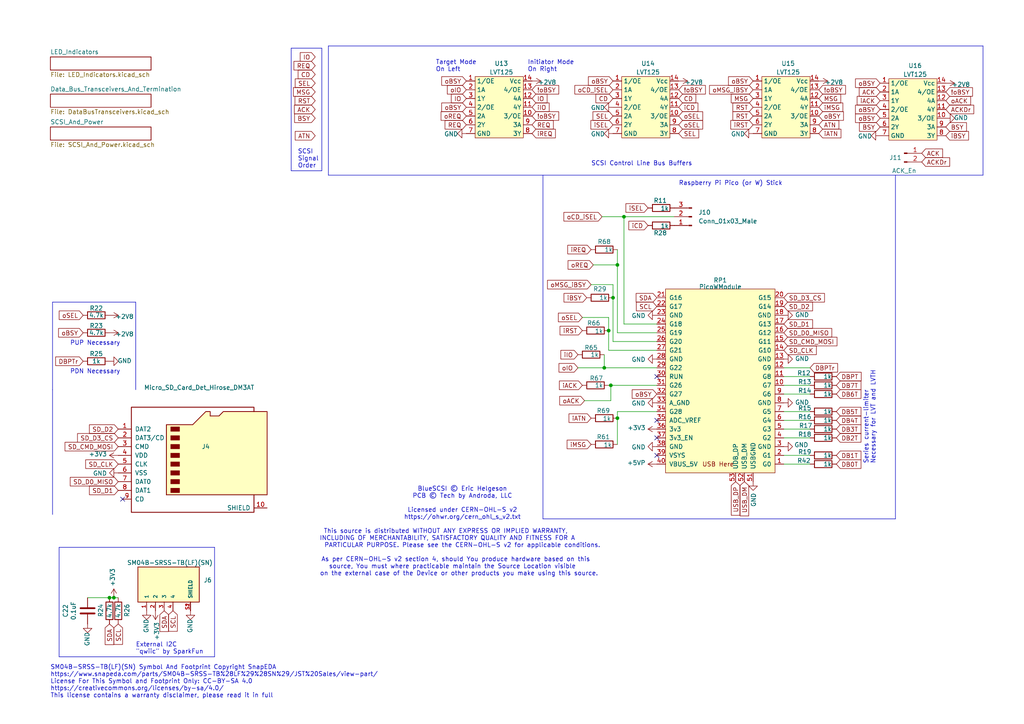
<source format=kicad_sch>
(kicad_sch (version 20231120) (generator "eeschema") (generator_version "8.0")
  (paper "A4")
  (title_block (title "4680-BlueSCSI V2, ") (date "2024-12-13") (rev "1.00") (company "Tech by Androda, LLC, SweProj.com"))
  (lib_symbols
    (symbol "BlackSASI:Micro_SD_Card TF015" (pin_names (offset 1.016))
      (property "Reference" "J" (at -16.51 15.24 0))
      (property "Value" "Micro_SD_Card TF015" (at 16.51 15.24 0))
      (symbol "Micro_SD_Card TF015_0_0"
        (pin output line (at -21.59 -12.7 0) (length 2.54) (name "CD") (number "9"))
      )
      (symbol "Micro_SD_Card TF015_0_1"
        (rectangle (start -7.62 -9.525) (end -5.08 -10.795) (fill (type outline)))
        (rectangle (start -7.62 -6.985) (end -5.08 -8.255) (fill (type outline)))
        (rectangle (start -7.62 -4.445) (end -5.08 -5.715) (fill (type outline)))
        (rectangle (start -7.62 -1.905) (end -5.08 -3.175) (fill (type outline)))
        (rectangle (start -7.62 0.635) (end -5.08 -0.635) (fill (type outline)))
        (rectangle (start -7.62 3.175) (end -5.08 1.905) (fill (type outline)))
        (rectangle (start -7.62 5.715) (end -5.08 4.445) (fill (type outline)))
        (rectangle (start -7.62 8.255) (end -5.08 6.985) (fill (type outline)))
        (polyline (pts (xy 16.51 12.7) (xy 16.51 13.97) (xy -19.05 13.97) (xy -19.05 -16.51) (xy 16.51 -16.51) (xy 16.51 -11.43)) (stroke (width 0.254)))
        (polyline (pts (xy -8.89 -11.43) (xy -8.89 8.89) (xy -1.27 8.89) (xy 2.54 12.7) (xy 3.81 12.7) (xy 3.81 11.43) (xy 6.35 11.43) (xy 7.62 12.7) (xy 20.32 12.7) (xy 20.32 -11.43) (xy -8.89 -11.43)) (stroke (width 0.254)) (fill (type background)))
      )
      (symbol "Micro_SD_Card TF015_1_1"
        (pin bidirectional line (at -22.86 7.62 0) (length 3.81) (name "DAT2") (number "1"))
        (pin passive line (at 20.32 -15.24 180) (length 3.81) (name "SHIELD") (number "10"))
        (pin bidirectional line (at -22.86 5.08 0) (length 3.81) (name "DAT3/CD") (number "2"))
        (pin input line (at -22.86 2.54 0) (length 3.81) (name "CMD") (number "3"))
        (pin power_in line (at -22.86 0 0) (length 3.81) (name "VDD") (number "4"))
        (pin input line (at -22.86 -2.54 0) (length 3.81) (name "CLK") (number "5"))
        (pin power_in line (at -22.86 -5.08 0) (length 3.81) (name "VSS") (number "6"))
        (pin bidirectional line (at -22.86 -7.62 0) (length 3.81) (name "DAT0") (number "7"))
        (pin bidirectional line (at -22.86 -10.16 0) (length 3.81) (name "DAT1") (number "8"))
      )
    )
    (symbol "Connector:Conn_01x02_Male" (pin_names (offset 1.016) hide)
      (property "Reference" "J" (at 0 2.54 0))
      (property "Value" "Conn_01x02_Male" (at 0 -5.08 0))
      (symbol "Conn_01x02_Male_1_1"
        (polyline (pts (xy 1.27 -2.54) (xy 0.8636 -2.54)) (stroke (width 0.1524)))
        (polyline (pts (xy 1.27 0) (xy 0.8636 0)) (stroke (width 0.1524)))
        (rectangle (start 0.8636 -2.413) (end 0 -2.667) (stroke (width 0.1524)) (fill (type outline)))
        (rectangle (start 0.8636 0.127) (end 0 -0.127) (stroke (width 0.1524)) (fill (type outline)))
        (pin passive line (at 5.08 0 180) (length 3.81) (name "Pin_1") (number "1"))
        (pin passive line (at 5.08 -2.54 180) (length 3.81) (name "Pin_2") (number "2"))
      )
    )
    (symbol "Connector:Conn_01x03_Male" (pin_names (offset 1.016) hide)
      (property "Reference" "J" (at 0 5.08 0))
      (property "Value" "Conn_01x03_Male" (at 0 -5.08 0))
      (symbol "Conn_01x03_Male_1_1"
        (polyline (pts (xy 1.27 -2.54) (xy 0.8636 -2.54)) (stroke (width 0.1524)))
        (polyline (pts (xy 1.27 0) (xy 0.8636 0)) (stroke (width 0.1524)))
        (polyline (pts (xy 1.27 2.54) (xy 0.8636 2.54)) (stroke (width 0.1524)))
        (rectangle (start 0.8636 -2.413) (end 0 -2.667) (stroke (width 0.1524)) (fill (type outline)))
        (rectangle (start 0.8636 0.127) (end 0 -0.127) (stroke (width 0.1524)) (fill (type outline)))
        (rectangle (start 0.8636 2.667) (end 0 2.413) (stroke (width 0.1524)) (fill (type outline)))
        (pin passive line (at 5.08 2.54 180) (length 3.81) (name "Pin_1") (number "1"))
        (pin passive line (at 5.08 0 180) (length 3.81) (name "Pin_2") (number "2"))
        (pin passive line (at 5.08 -2.54 180) (length 3.81) (name "Pin_3") (number "3"))
      )
    )
    (symbol "Device:C" (pin_numbers hide) (pin_names (offset 0.254))
      (property "Reference" "C" (at 0.635 2.54 0))
      (property "Value" "C" (at 0.635 -2.54 0))
      (symbol "C_0_1"
        (polyline (pts (xy -2.032 -0.762) (xy 2.032 -0.762)) (stroke (width 0.508)))
        (polyline (pts (xy -2.032 0.762) (xy 2.032 0.762)) (stroke (width 0.508)))
      )
      (symbol "C_1_1"
        (pin passive line (at 0 3.81 270) (length 2.794) (name "~") (number "1"))
        (pin passive line (at 0 -3.81 90) (length 2.794) (name "~") (number "2"))
      )
    )
    (symbol "Device:R" (pin_numbers hide) (pin_names (offset 0))
      (property "Reference" "R" (at 2.032 0 90))
      (property "Value" "R" (at 0 0 90))
      (symbol "R_0_1"
        (rectangle (start -1.016 -2.54) (end 1.016 2.54) (stroke (width 0.254)))
      )
      (symbol "R_1_1"
        (pin passive line (at 0 3.81 270) (length 1.27) (name "~") (number "1"))
        (pin passive line (at 0 -3.81 90) (length 1.27) (name "~") (number "2"))
      )
    )
    (symbol "New_Library:LVT125"
      (property "Reference" "U" (at 0 0 0))
      (property "Value" "LVT125" (at 0 2.54 0))
      (symbol "LVT125_0_1"
        (rectangle (start -7.62 -1.27) (end 6.35 -19.05) (fill (type background)))
        (rectangle (start 7.62 -12.7) (end 7.62 -12.7))
      )
      (symbol "LVT125_1_1"
        (pin input line (at -10.16 -2.54 0) (length 2.54) (name "1/OE") (number "1"))
        (pin bidirectional line (at 8.89 -12.7 180) (length 2.54) (name "3/OE") (number "10"))
        (pin bidirectional line (at 8.89 -10.16 180) (length 2.54) (name "4Y") (number "11"))
        (pin bidirectional line (at 8.89 -7.62 180) (length 2.54) (name "4A") (number "12"))
        (pin bidirectional line (at 8.89 -5.08 180) (length 2.54) (name "4/OE") (number "13"))
        (pin bidirectional line (at 8.89 -2.54 180) (length 2.54) (name "Vcc") (number "14"))
        (pin bidirectional line (at -10.16 -5.08 0) (length 2.54) (name "1A") (number "2"))
        (pin bidirectional line (at -10.16 -7.62 0) (length 2.54) (name "1Y") (number "3"))
        (pin bidirectional line (at -10.16 -10.16 0) (length 2.54) (name "2/OE") (number "4"))
        (pin bidirectional line (at -10.16 -12.7 0) (length 2.54) (name "2A") (number "5"))
        (pin bidirectional line (at -10.16 -15.24 0) (length 2.54) (name "2Y") (number "6"))
        (pin bidirectional line (at -10.16 -17.78 0) (length 2.54) (name "GND") (number "7"))
        (pin bidirectional line (at 8.89 -17.78 180) (length 2.54) (name "3Y") (number "8"))
        (pin bidirectional line (at 8.89 -15.24 180) (length 2.54) (name "3A") (number "9"))
      )
    )
    (symbol "New_Library:PicoWModule" (pin_names (offset 1.016))
      (property "Reference" "RP1" (at 0 -10.16 0))
      (property "Value" "PicoWModule" (at 0 -12.7 0))
      (symbol "PicoWModule_0_0"
        (text "USB Here" (at 1.27 -3.81 0) (effects (font (size 1.27 1.27))))
      )
      (symbol "PicoWModule_0_1"
        (rectangle (start 16.51 -1.27) (end -15.24 -54.61) (fill (type background)))
      )
      (symbol "PicoWModule_1_1"
        (pin bidirectional line (at -17.78 -3.81 0) (length 2.54) (name "G0") (number "1"))
        (pin bidirectional line (at -17.78 -26.67 0) (length 2.54) (name "G7") (number "10"))
        (pin bidirectional line (at -17.78 -29.21 0) (length 2.54) (name "G8") (number "11"))
        (pin bidirectional line (at -17.78 -31.75 0) (length 2.54) (name "G9") (number "12"))
        (pin bidirectional line (at -17.78 -34.29 0) (length 2.54) (name "GND") (number "13"))
        (pin bidirectional line (at -17.78 -36.83 0) (length 2.54) (name "G10") (number "14"))
        (pin bidirectional line (at -17.78 -39.37 0) (length 2.54) (name "G11") (number "15"))
        (pin bidirectional line (at -17.78 -41.91 0) (length 2.54) (name "G12") (number "16"))
        (pin bidirectional line (at -17.78 -44.45 0) (length 2.54) (name "G13") (number "17"))
        (pin power_in line (at -17.78 -46.99 0) (length 2.54) (name "GND") (number "18"))
        (pin power_in line (at -17.78 -49.53 0) (length 2.54) (name "G14") (number "19"))
        (pin bidirectional line (at -17.78 -6.35 0) (length 2.54) (name "G1") (number "2"))
        (pin power_in line (at -17.78 -52.07 0) (length 2.54) (name "G15") (number "20"))
        (pin power_in line (at 19.05 -52.07 180) (length 2.54) (name "G16") (number "21"))
        (pin bidirectional line (at 19.05 -49.53 180) (length 2.54) (name "G17") (number "22"))
        (pin bidirectional line (at 19.05 -46.99 180) (length 2.54) (name "GND") (number "23"))
        (pin bidirectional line (at 19.05 -44.45 180) (length 2.54) (name "G18") (number "24"))
        (pin input line (at 19.05 -41.91 180) (length 2.54) (name "G19") (number "25"))
        (pin bidirectional line (at 19.05 -39.37 180) (length 2.54) (name "G20") (number "26"))
        (pin bidirectional line (at 19.05 -36.83 180) (length 2.54) (name "G21") (number "27"))
        (pin bidirectional line (at 19.05 -34.29 180) (length 2.54) (name "GND") (number "28"))
        (pin bidirectional line (at 19.05 -31.75 180) (length 2.54) (name "G22") (number "29"))
        (pin bidirectional line (at -17.78 -8.89 0) (length 2.54) (name "GND") (number "3"))
        (pin bidirectional line (at 19.05 -29.21 180) (length 2.54) (name "RUN") (number "30"))
        (pin bidirectional line (at 19.05 -26.67 180) (length 2.54) (name "G26") (number "31"))
        (pin bidirectional line (at 19.05 -24.13 180) (length 2.54) (name "G27") (number "32"))
        (pin bidirectional line (at 19.05 -21.59 180) (length 2.54) (name "A_GND") (number "33"))
        (pin bidirectional line (at 19.05 -19.05 180) (length 2.54) (name "G28") (number "34"))
        (pin bidirectional line (at 19.05 -16.51 180) (length 2.54) (name "ADC_VREF") (number "35"))
        (pin bidirectional line (at 19.05 -13.97 180) (length 2.54) (name "3v3") (number "36"))
        (pin bidirectional line (at 19.05 -11.43 180) (length 2.54) (name "3v3_EN") (number "37"))
        (pin power_in line (at 19.05 -8.89 180) (length 2.54) (name "GND") (number "38"))
        (pin power_in line (at 19.05 -6.35 180) (length 2.54) (name "VSYS") (number "39"))
        (pin bidirectional line (at -17.78 -11.43 0) (length 2.54) (name "G2") (number "4"))
        (pin power_in line (at 19.05 -3.81 180) (length 2.54) (name "VBUS_5V") (number "40"))
        (pin bidirectional line (at -17.78 -13.97 0) (length 2.54) (name "G3") (number "5"))
        (pin input line (at -8.89 1.27 270) (length 2.54) (name "USBGND") (number "51"))
        (pin input line (at -6.35 1.27 270) (length 2.54) (name "USB_DM") (number "52"))
        (pin input line (at -3.81 1.27 270) (length 2.54) (name "UDB_DP") (number "53"))
        (pin bidirectional line (at -17.78 -16.51 0) (length 2.54) (name "G4") (number "6"))
        (pin bidirectional line (at -17.78 -19.05 0) (length 2.54) (name "G5") (number "7"))
        (pin bidirectional line (at -17.78 -21.59 0) (length 2.54) (name "GND") (number "8"))
        (pin bidirectional line (at -17.78 -24.13 0) (length 2.54) (name "G6") (number "9"))
      )
    )
    (symbol "New_Library:SM04B-SRSS-TB(LF)(SN)" (pin_names (offset 1.016))
      (property "Reference" "J" (at -5.0831 8.1433 0))
      (property "Value" "SM04B-SRSS-TB(LF)(SN)" (at 7.62 -15.24 90))
      (symbol "SM04B-SRSS-TB(LF)(SN)_0_0"
        (rectangle (start -5.08 -10.16) (end 5.08 7.62) (stroke (width 0.254)) (fill (type background)))
        (pin passive line (at -7.62 5.08 0) (length 2.54) (name "1") (number "1"))
        (pin passive line (at -7.62 2.54 0) (length 2.54) (name "2") (number "2"))
        (pin passive line (at -7.62 0 0) (length 2.54) (name "3") (number "3"))
        (pin passive line (at -7.62 -2.54 0) (length 2.54) (name "4") (number "4"))
        (pin passive line (at -7.62 -7.62 0) (length 2.54) (name "SHIELD") (number "S1"))
        (pin passive line (at -7.62 -7.62 0) (length 2.54) (name "SHIELD") (number "S2"))
      )
    )
    (symbol "power:+2V8" (power) (pin_names (offset 0))
      (property "Value" "+2V8" (at 0 3.556 0))
      (symbol "+2V8_0_1"
        (polyline (pts (xy -0.762 1.27) (xy 0 2.54)))
        (polyline (pts (xy 0 0) (xy 0 2.54)))
        (polyline (pts (xy 0 2.54) (xy 0.762 1.27)))
      )
      (symbol "+2V8_1_1"
        (pin power_in line (at 0 0 90) (length 0) hide (name "+2V8") (number "1"))
      )
    )
    (symbol "power:+3V3" (power) (pin_names (offset 0))
      (property "Value" "+3V3" (at 0 3.556 0))
      (symbol "+3V3_0_1"
        (polyline (pts (xy -0.762 1.27) (xy 0 2.54)))
        (polyline (pts (xy 0 0) (xy 0 2.54)))
        (polyline (pts (xy 0 2.54) (xy 0.762 1.27)))
      )
      (symbol "+3V3_1_1"
        (pin power_in line (at 0 0 90) (length 0) hide (name "+3V3") (number "1"))
      )
    )
    (symbol "power:+5VP" (power) (pin_names (offset 0))
      (property "Value" "+5VP" (at 0 3.556 0))
      (symbol "+5VP_0_1"
        (polyline (pts (xy -0.762 1.27) (xy 0 2.54)))
        (polyline (pts (xy 0 0) (xy 0 2.54)))
        (polyline (pts (xy 0 2.54) (xy 0.762 1.27)))
      )
      (symbol "+5VP_1_1"
        (pin power_in line (at 0 0 90) (length 0) hide (name "+5VP") (number "1"))
      )
    )
    (symbol "power:GND" (power) (pin_names (offset 0))
      (property "Value" "GND" (at 0 -3.81 0))
      (symbol "GND_0_1"
        (polyline (pts (xy 0 0) (xy 0 -1.27) (xy 1.27 -1.27) (xy 0 -2.54) (xy -1.27 -1.27) (xy 0 -1.27)))
      )
      (symbol "GND_1_1"
        (pin power_in line (at 0 0 270) (length 0) hide (name "GND") (number "1"))
      )
    )
  )
  (junction (at 179.07 121.285))
  (junction (at 177.165 111.76))
  (junction (at 175.26 106.68))
  (junction (at 31.75 173.355))
  (junction (at 180.975 62.865))
  (junction (at 176.53 95.885))
  (junction (at 177.8 86.36))
  (junction (at 179.07 76.835))
  (junction (at 33.02 173.355))
  (no_connect (at 190.5 109.22))
  (no_connect (at 190.5 132.08))
  (no_connect (at 190.5 121.92))
  (no_connect (at 35.56 144.78))
  (no_connect (at 190.5 127))
  (polyline (pts (xy 84.455 49.53) (xy 93.345 49.53)))
  (wire (pts (xy 175.26 106.68) (xy 190.5 106.68)))
  (wire (pts (xy 167.64 106.68) (xy 175.26 106.68)))
  (wire (pts (xy 169.545 116.205) (xy 177.165 116.205)))
  (polyline (pts (xy 259.715 150.495) (xy 157.48 150.495)))
  (wire (pts (xy 176.53 101.6) (xy 176.53 95.885)))
  (wire (pts (xy 190.5 96.52) (xy 179.07 96.52)))
  (polyline (pts (xy 62.23 190.5) (xy 17.145 190.5)))
  (polyline (pts (xy 17.145 158.75) (xy 62.23 158.75)))
  (wire (pts (xy 227.33 121.92) (xy 234.95 121.92)))
  (wire (pts (xy 179.07 76.835) (xy 179.07 96.52)))
  (wire (pts (xy 168.91 92.075) (xy 176.53 92.075)))
  (wire (pts (xy 227.33 132.08) (xy 234.95 132.08)))
  (wire (pts (xy 190.5 93.98) (xy 180.975 93.98)))
  (wire (pts (xy 227.33 114.3) (xy 234.95 114.3)))
  (wire (pts (xy 177.165 111.76) (xy 190.5 111.76)))
  (wire (pts (xy 180.975 62.865) (xy 180.975 93.98)))
  (wire (pts (xy 172.085 76.835) (xy 179.07 76.835)))
  (wire (pts (xy 190.5 99.06) (xy 177.8 99.06)))
  (wire (pts (xy 175.26 106.68) (xy 175.26 102.87)))
  (wire (pts (xy 227.33 124.46) (xy 234.95 124.46)))
  (wire (pts (xy 190.5 101.6) (xy 176.53 101.6)))
  (wire (pts (xy 176.53 111.76) (xy 177.165 111.76)))
  (wire (pts (xy 174.625 62.865) (xy 180.975 62.865)))
  (polyline (pts (xy 15.24 113.03) (xy 15.24 149.225)))
  (polyline (pts (xy 15.24 113.03) (xy 15.24 87.63)))
  (wire (pts (xy 33.02 173.355) (xy 34.29 173.355)))
  (wire (pts (xy 177.165 116.205) (xy 177.165 111.76)))
  (wire (pts (xy 176.53 92.075) (xy 176.53 95.885)))
  (polyline (pts (xy 15.24 87.63) (xy 39.37 87.63)))
  (wire (pts (xy 179.07 119.38) (xy 190.5 119.38)))
  (wire (pts (xy 177.8 82.55) (xy 177.8 86.36)))
  (wire (pts (xy 177.8 99.06) (xy 177.8 86.36)))
  (polyline (pts (xy 39.37 87.63) (xy 39.37 113.03)))
  (wire (pts (xy 179.07 72.39) (xy 179.07 76.835)))
  (wire (pts (xy 179.07 119.38) (xy 179.07 121.285)))
  (wire (pts (xy 25.4 173.355) (xy 31.75 173.355)))
  (wire (pts (xy 227.33 119.38) (xy 234.95 119.38)))
  (polyline (pts (xy 17.145 190.5) (xy 17.145 158.75)))
  (polyline (pts (xy 285.115 50.8) (xy 95.25 50.8)))
  (wire (pts (xy 171.45 82.55) (xy 177.8 82.55)))
  (polyline (pts (xy 93.345 49.53) (xy 93.345 13.97)))
  (wire (pts (xy 227.33 127) (xy 234.95 127)))
  (polyline (pts (xy 84.455 13.97) (xy 84.455 49.53)))
  (polyline (pts (xy 95.25 13.335) (xy 285.115 13.335)))
  (wire (pts (xy 31.75 173.355) (xy 33.02 173.355)))
  (wire (pts (xy 227.33 106.68) (xy 234.95 106.68)))
  (wire (pts (xy 227.33 111.76) (xy 234.95 111.76)))
  (wire (pts (xy 227.33 134.62) (xy 234.95 134.62)))
  (wire (pts (xy 179.07 121.285) (xy 179.07 128.905)))
  (wire (pts (xy 227.33 109.22) (xy 234.95 109.22)))
  (polyline (pts (xy 84.455 13.97) (xy 93.345 13.97)))
  (polyline (pts (xy 95.25 50.8) (xy 95.25 13.335)))
  (polyline (pts (xy 62.23 158.75) (xy 62.23 190.5)))
  (polyline (pts (xy 157.48 150.495) (xy 157.48 50.8)))
  (wire (pts (xy 180.975 62.865) (xy 195.58 62.865)))
  (polyline (pts (xy 285.115 13.335) (xy 285.115 50.8)))
  (polyline (pts (xy 259.715 50.8) (xy 259.715 150.495)))
  (text "Series current-limiter\nNecessary for LVT and LVTH" (at 254 134.62 90) (effects (font (size 1.27 1.27)) (justify left bottom)))
  (text "Target Mode\nOn Left" (at 126.365 20.955 0) (effects (font (size 1.27 1.27)) (justify left bottom)))
  (text "SCSI Control Line Bus Buffers" (at 171.45 48.26 0) (effects (font (size 1.27 1.27)) (justify left bottom)))
  (text "Initiator Mode\nOn Right" (at 153.035 20.955 0) (effects (font (size 1.27 1.27)) (justify left bottom)))
  (text "SM04B-SRSS-TB(LF)(SN) Symbol And Footprint Copyright SnapEDA\nhttps://www.snapeda.com/parts/SM04B-SRSS-TB%28LF%29%28SN%29/JST%20Sales/view-part/\nLicense For This Symbol and Footprint Only: CC-BY-SA 4.0\nhttps://creativecommons.org/licenses/by-sa/4.0/\nThis license contains a warranty disclaimer, please read it in full" (at 14.605 202.565 0) (effects (font (size 1.27 1.27)) (justify left bottom)))
  (text "External I2C\n\"qwiic\" by SparkFun" (at 39.37 189.865 0) (effects (font (size 1.27 1.27)) (justify left bottom)))
  (text "SCSI\nSignal\nOrder" (at 86.36 48.895 0) (effects (font (size 1.27 1.27)) (justify left bottom)))
  (text "BlueSCSI © Eric Helgeson\nPCB © Tech by Androda, LLC\n\nLicensed under CERN-OHL-S v2\nhttps://ohwr.org/cern_ohl_s_v2.txt\n\nThis source is distributed WITHOUT ANY EXPRESS OR IMPLIED WARRANTY,          \nINCLUDING OF MERCHANTABILITY, SATISFACTORY QUALITY AND FITNESS FOR A         \nPARTICULAR PURPOSE. Please see the CERN-OHL-S v2 for applicable conditions.\n\nAs per CERN-OHL-S v2 section 4, should You produce hardware based on this    \nsource, You must where practicable maintain the Source Location visible      \non the external case of the Device or other products you make using this source.  \n" (at 134.112 154.178 0) (effects (font (size 1.27 1.27))))
  (text "PUP Necessary" (at 20.32 100.33 0) (effects (font (size 1.27 1.27)) (justify left bottom)))
  (text "PDN Necessary" (at 20.32 108.585 0) (effects (font (size 1.27 1.27)) (justify left bottom)))
  (text "Raspberry Pi Pico (or W) Stick" (at 196.85 53.975 0) (effects (font (size 1.27 1.27)) (justify left bottom)))
  (global_label "oSEL" (shape input) (at 24.13 91.44 180) (property "Intersheetrefs" "${INTERSHEET_REFS}" (effects (hide yes))))
  (global_label "MSG" (shape input) (at 237.49 28.575 0) (property "Intersheetrefs" "${INTERSHEET_REFS}" (effects (hide yes))))
  (global_label "iATN" (shape input) (at 237.49 38.735 0) (property "Intersheetrefs" "${INTERSHEET_REFS}" (effects (hide yes))))
  (global_label "SCL" (shape input) (at 190.5 88.9 180) (property "Intersheetrefs" "${INTERSHEET_REFS}" (effects (hide yes))))
  (global_label "CD" (shape input) (at 177.8 28.575 180) (property "Intersheetrefs" "${INTERSHEET_REFS}" (effects (hide yes))))
  (global_label "iMSG" (shape input) (at 171.45 128.905 180) (property "Intersheetrefs" "${INTERSHEET_REFS}" (effects (hide yes))))
  (global_label "oSEL" (shape input) (at 196.85 33.655 0) (property "Intersheetrefs" "${INTERSHEET_REFS}" (effects (hide yes))))
  (global_label "IO" (shape input) (at 154.305 28.575 0) (property "Intersheetrefs" "${INTERSHEET_REFS}" (effects (hide yes))))
  (global_label "DB1T" (shape input) (at 242.57 132.08 0) (property "Intersheetrefs" "${INTERSHEET_REFS}" (effects (hide yes))))
  (global_label "oSEL" (shape input) (at 168.91 92.075 180) (property "Intersheetrefs" "${INTERSHEET_REFS}" (effects (hide yes))))
  (global_label "DBPTr" (shape input) (at 24.13 104.775 180) (property "Intersheetrefs" "${INTERSHEET_REFS}" (effects (hide yes))))
  (global_label "SD_D1" (shape input) (at 34.29 142.24 180) (property "Intersheetrefs" "${INTERSHEET_REFS}" (effects (hide yes))))
  (global_label "MSG" (shape input) (at 91.44 26.67 180) (property "Intersheetrefs" "${INTERSHEET_REFS}" (effects (hide yes))))
  (global_label "IO" (shape input) (at 91.44 16.51 180) (property "Intersheetrefs" "${INTERSHEET_REFS}" (effects (hide yes))))
  (global_label "oIO" (shape input) (at 135.255 26.035 180) (property "Intersheetrefs" "${INTERSHEET_REFS}" (effects (hide yes))))
  (global_label "REQ" (shape input) (at 91.44 19.05 180) (property "Intersheetrefs" "${INTERSHEET_REFS}" (effects (hide yes))))
  (global_label "oBSY" (shape input) (at 255.27 24.13 180) (property "Intersheetrefs" "${INTERSHEET_REFS}" (effects (hide yes))))
  (global_label "iSEL" (shape input) (at 187.96 60.325 180) (property "Intersheetrefs" "${INTERSHEET_REFS}" (effects (hide yes))))
  (global_label "ACKDr" (shape input) (at 267.335 46.99 0) (property "Intersheetrefs" "${INTERSHEET_REFS}" (effects (hide yes))))
  (global_label "oBSY" (shape input) (at 177.8 23.495 180) (property "Intersheetrefs" "${INTERSHEET_REFS}" (effects (hide yes))))
  (global_label "!oBSY" (shape input) (at 154.305 26.035 0) (property "Intersheetrefs" "${INTERSHEET_REFS}" (effects (hide yes))))
  (global_label "oACK" (shape input) (at 274.32 29.21 0) (property "Intersheetrefs" "${INTERSHEET_REFS}" (effects (hide yes))))
  (global_label "oBSY" (shape input) (at 255.27 31.75 180) (property "Intersheetrefs" "${INTERSHEET_REFS}" (effects (hide yes))))
  (global_label "BSY" (shape input) (at 255.27 36.83 180) (property "Intersheetrefs" "${INTERSHEET_REFS}" (effects (hide yes))))
  (global_label "oMSG_iBSY" (shape input) (at 218.44 26.035 180) (property "Intersheetrefs" "${INTERSHEET_REFS}" (effects (hide yes))))
  (global_label "iMSG" (shape input) (at 237.49 31.115 0) (property "Intersheetrefs" "${INTERSHEET_REFS}" (effects (hide yes))))
  (global_label "REQ" (shape input) (at 154.305 36.195 0) (property "Intersheetrefs" "${INTERSHEET_REFS}" (effects (hide yes))))
  (global_label "ATN" (shape input) (at 237.49 36.195 0) (property "Intersheetrefs" "${INTERSHEET_REFS}" (effects (hide yes))))
  (global_label "DB7T" (shape input) (at 242.57 111.76 0) (property "Intersheetrefs" "${INTERSHEET_REFS}" (effects (hide yes))))
  (global_label "SD_CMD_MOSI" (shape input) (at 34.29 129.54 180) (property "Intersheetrefs" "${INTERSHEET_REFS}" (effects (hide yes))))
  (global_label "RST" (shape input) (at 218.44 31.115 180) (property "Intersheetrefs" "${INTERSHEET_REFS}" (effects (hide yes))))
  (global_label "IO" (shape input) (at 135.255 28.575 180) (property "Intersheetrefs" "${INTERSHEET_REFS}" (effects (hide yes))))
  (global_label "SD_D0_MISO" (shape input) (at 227.33 96.52 0) (property "Intersheetrefs" "${INTERSHEET_REFS}" (effects (hide yes))))
  (global_label "BSY" (shape input) (at 274.32 36.83 0) (property "Intersheetrefs" "${INTERSHEET_REFS}" (effects (hide yes))))
  (global_label "iREQ" (shape input) (at 171.45 72.39 180) (property "Intersheetrefs" "${INTERSHEET_REFS}" (effects (hide yes))))
  (global_label "oBSY" (shape input) (at 237.49 33.655 0) (property "Intersheetrefs" "${INTERSHEET_REFS}" (effects (hide yes))))
  (global_label "SDA" (shape input) (at 31.75 180.975 270) (property "Intersheetrefs" "${INTERSHEET_REFS}" (effects (hide yes))))
  (global_label "ATN" (shape input) (at 91.44 39.37 180) (property "Intersheetrefs" "${INTERSHEET_REFS}" (effects (hide yes))))
  (global_label "SD_D3_CS" (shape input) (at 227.33 86.36 0) (property "Intersheetrefs" "${INTERSHEET_REFS}" (effects (hide yes))))
  (global_label "oBSY" (shape input) (at 135.255 31.115 180) (property "Intersheetrefs" "${INTERSHEET_REFS}" (effects (hide yes))))
  (global_label "iCD" (shape input) (at 187.96 65.405 180) (property "Intersheetrefs" "${INTERSHEET_REFS}" (effects (hide yes))))
  (global_label "SD_D0_MISO" (shape input) (at 34.29 139.7 180) (property "Intersheetrefs" "${INTERSHEET_REFS}" (effects (hide yes))))
  (global_label "oMSG_iBSY" (shape input) (at 171.45 82.55 180) (property "Intersheetrefs" "${INTERSHEET_REFS}" (effects (hide yes))))
  (global_label "oBSY" (shape input) (at 218.44 23.495 180) (property "Intersheetrefs" "${INTERSHEET_REFS}" (effects (hide yes))))
  (global_label "BSY" (shape input) (at 91.44 34.29 180) (property "Intersheetrefs" "${INTERSHEET_REFS}" (effects (hide yes))))
  (global_label "iIO" (shape input) (at 154.305 31.115 0) (property "Intersheetrefs" "${INTERSHEET_REFS}" (effects (hide yes))))
  (global_label "iREQ" (shape input) (at 154.305 38.735 0) (property "Intersheetrefs" "${INTERSHEET_REFS}" (effects (hide yes))))
  (global_label "SCL" (shape input) (at 50.165 177.165 270) (property "Intersheetrefs" "${INTERSHEET_REFS}" (effects (hide yes))))
  (global_label "iRST" (shape input) (at 168.91 95.885 180) (property "Intersheetrefs" "${INTERSHEET_REFS}" (effects (hide yes))))
  (global_label "iSEL" (shape input) (at 177.8 36.195 180) (property "Intersheetrefs" "${INTERSHEET_REFS}" (effects (hide yes))))
  (global_label "DBPTr" (shape input) (at 234.95 106.68 0) (property "Intersheetrefs" "${INTERSHEET_REFS}" (effects (hide yes))))
  (global_label "ACK" (shape input) (at 267.335 44.45 0) (property "Intersheetrefs" "${INTERSHEET_REFS}" (effects (hide yes))))
  (global_label "oREQ" (shape input) (at 135.255 33.655 180) (property "Intersheetrefs" "${INTERSHEET_REFS}" (effects (hide yes))))
  (global_label "ACK" (shape input) (at 91.44 31.75 180) (property "Intersheetrefs" "${INTERSHEET_REFS}" (effects (hide yes))))
  (global_label "SD_CMD_MOSI" (shape input) (at 227.33 99.06 0) (property "Intersheetrefs" "${INTERSHEET_REFS}" (effects (hide yes))))
  (global_label "oBSY" (shape input) (at 255.27 34.29 180) (property "Intersheetrefs" "${INTERSHEET_REFS}" (effects (hide yes))))
  (global_label "RST" (shape input) (at 218.44 33.655 180) (property "Intersheetrefs" "${INTERSHEET_REFS}" (effects (hide yes))))
  (global_label "SEL" (shape input) (at 196.85 38.735 0) (property "Intersheetrefs" "${INTERSHEET_REFS}" (effects (hide yes))))
  (global_label "ACKDr" (shape input) (at 274.32 31.75 0) (property "Intersheetrefs" "${INTERSHEET_REFS}" (effects (hide yes))))
  (global_label "DB6T" (shape input) (at 242.57 114.3 0) (property "Intersheetrefs" "${INTERSHEET_REFS}" (effects (hide yes))))
  (global_label "oCD_iSEL" (shape input) (at 177.8 26.035 180) (property "Intersheetrefs" "${INTERSHEET_REFS}" (effects (hide yes))))
  (global_label "RST" (shape input) (at 91.44 29.21 180) (property "Intersheetrefs" "${INTERSHEET_REFS}" (effects (hide yes))))
  (global_label "SD_D2" (shape input) (at 34.29 124.46 180) (property "Intersheetrefs" "${INTERSHEET_REFS}" (effects (hide yes))))
  (global_label "iATN" (shape input) (at 171.45 121.285 180) (property "Intersheetrefs" "${INTERSHEET_REFS}" (effects (hide yes))))
  (global_label "CD" (shape input) (at 91.44 21.59 180) (property "Intersheetrefs" "${INTERSHEET_REFS}" (effects (hide yes))))
  (global_label "SD_D1" (shape input) (at 227.33 93.98 0) (property "Intersheetrefs" "${INTERSHEET_REFS}" (effects (hide yes))))
  (global_label "SEL" (shape input) (at 91.44 24.13 180) (property "Intersheetrefs" "${INTERSHEET_REFS}" (effects (hide yes))))
  (global_label "!oBSY" (shape input) (at 196.85 26.035 0) (property "Intersheetrefs" "${INTERSHEET_REFS}" (effects (hide yes))))
  (global_label "REQ" (shape input) (at 135.255 36.195 180) (property "Intersheetrefs" "${INTERSHEET_REFS}" (effects (hide yes))))
  (global_label "SEL" (shape input) (at 177.8 33.655 180) (property "Intersheetrefs" "${INTERSHEET_REFS}" (effects (hide yes))))
  (global_label "iIO" (shape input) (at 167.64 102.87 180) (property "Intersheetrefs" "${INTERSHEET_REFS}" (effects (hide yes))))
  (global_label "DB5T" (shape input) (at 242.57 119.38 0) (property "Intersheetrefs" "${INTERSHEET_REFS}" (effects (hide yes))))
  (global_label "!oBSY" (shape input) (at 237.49 26.035 0) (property "Intersheetrefs" "${INTERSHEET_REFS}" (effects (hide yes))))
  (global_label "!oBSY" (shape input) (at 154.305 33.655 0) (property "Intersheetrefs" "${INTERSHEET_REFS}" (effects (hide yes))))
  (global_label "SD_D2" (shape input) (at 227.33 88.9 0) (property "Intersheetrefs" "${INTERSHEET_REFS}" (effects (hide yes))))
  (global_label "SD_CLK" (shape input) (at 227.33 101.6 0) (property "Intersheetrefs" "${INTERSHEET_REFS}" (effects (hide yes))))
  (global_label "USB_DP" (shape input) (at 213.36 139.7 270) (property "Intersheetrefs" "${INTERSHEET_REFS}" (effects (hide yes))))
  (global_label "DB2T" (shape input) (at 242.57 127 0) (property "Intersheetrefs" "${INTERSHEET_REFS}" (effects (hide yes))))
  (global_label "oCD_iSEL" (shape input) (at 174.625 62.865 180) (property "Intersheetrefs" "${INTERSHEET_REFS}" (effects (hide yes))))
  (global_label "iRST" (shape input) (at 218.44 36.195 180) (property "Intersheetrefs" "${INTERSHEET_REFS}" (effects (hide yes))))
  (global_label "oIO" (shape input) (at 167.64 106.68 180) (property "Intersheetrefs" "${INTERSHEET_REFS}" (effects (hide yes))))
  (global_label "oBSY" (shape input) (at 135.255 23.495 180) (property "Intersheetrefs" "${INTERSHEET_REFS}" (effects (hide yes))))
  (global_label "iACK" (shape input) (at 255.27 29.21 180) (property "Intersheetrefs" "${INTERSHEET_REFS}" (effects (hide yes))))
  (global_label "iBSY" (shape input) (at 274.32 39.37 0) (property "Intersheetrefs" "${INTERSHEET_REFS}" (effects (hide yes))))
  (global_label "oBSY" (shape input) (at 190.5 114.3 180) (property "Intersheetrefs" "${INTERSHEET_REFS}" (effects (hide yes))))
  (global_label "SD_CLK" (shape input) (at 34.29 134.62 180) (property "Intersheetrefs" "${INTERSHEET_REFS}" (effects (hide yes))))
  (global_label "SCL" (shape input) (at 34.29 180.975 270) (property "Intersheetrefs" "${INTERSHEET_REFS}" (effects (hide yes))))
  (global_label "SDA" (shape input) (at 47.625 177.165 270) (property "Intersheetrefs" "${INTERSHEET_REFS}" (effects (hide yes))))
  (global_label "DB3T" (shape input) (at 242.57 124.46 0) (property "Intersheetrefs" "${INTERSHEET_REFS}" (effects (hide yes))))
  (global_label "oBSY" (shape input) (at 24.13 96.52 180) (property "Intersheetrefs" "${INTERSHEET_REFS}" (effects (hide yes))))
  (global_label "oSEL" (shape input) (at 196.85 36.195 0) (property "Intersheetrefs" "${INTERSHEET_REFS}" (effects (hide yes))))
  (global_label "DBPT" (shape input) (at 242.57 109.22 0) (property "Intersheetrefs" "${INTERSHEET_REFS}" (effects (hide yes))))
  (global_label "SD_D3_CS" (shape input) (at 34.29 127 180) (property "Intersheetrefs" "${INTERSHEET_REFS}" (effects (hide yes))))
  (global_label "SDA" (shape input) (at 190.5 86.36 180) (property "Intersheetrefs" "${INTERSHEET_REFS}" (effects (hide yes))))
  (global_label "iCD" (shape input) (at 196.85 31.115 0) (property "Intersheetrefs" "${INTERSHEET_REFS}" (effects (hide yes))))
  (global_label "USB_DM" (shape input) (at 215.9 139.7 270) (property "Intersheetrefs" "${INTERSHEET_REFS}" (effects (hide yes))))
  (global_label "DB4T" (shape input) (at 242.57 121.92 0) (property "Intersheetrefs" "${INTERSHEET_REFS}" (effects (hide yes))))
  (global_label "iBSY" (shape input) (at 170.18 86.36 180) (property "Intersheetrefs" "${INTERSHEET_REFS}" (effects (hide yes))))
  (global_label "CD" (shape input) (at 196.85 28.575 0) (property "Intersheetrefs" "${INTERSHEET_REFS}" (effects (hide yes))))
  (global_label "MSG" (shape input) (at 218.44 28.575 180) (property "Intersheetrefs" "${INTERSHEET_REFS}" (effects (hide yes))))
  (global_label "oACK" (shape input) (at 169.545 116.205 180) (property "Intersheetrefs" "${INTERSHEET_REFS}" (effects (hide yes))))
  (global_label "oREQ" (shape input) (at 172.085 76.835 180) (property "Intersheetrefs" "${INTERSHEET_REFS}" (effects (hide yes))))
  (global_label "iACK" (shape input) (at 168.91 111.76 180) (property "Intersheetrefs" "${INTERSHEET_REFS}" (effects (hide yes))))
  (global_label "!oBSY" (shape input) (at 274.32 26.67 0) (property "Intersheetrefs" "${INTERSHEET_REFS}" (effects (hide yes))))
  (global_label "DB0T" (shape input) (at 242.57 134.62 0) (property "Intersheetrefs" "${INTERSHEET_REFS}" (effects (hide yes))))
  (global_label "ACK" (shape input) (at 255.27 26.67 180) (property "Intersheetrefs" "${INTERSHEET_REFS}" (effects (hide yes))))
  (symbol (lib_id "power:+3V3") (at 190.5 124.46 90) (unit 1)
    (property "Reference" "#PWR047" (effects (hide yes)))
    (property "Value" "+3V3" (at 187.2488 124.079 90) (effects (justify left)))
  )
  (symbol (lib_id "power:+5VP") (at 190.5 134.62 90) (unit 1)
    (property "Reference" "#PWR036" (effects (hide yes)))
    (property "Value" "+5VP" (at 187.2488 134.239 90) (effects (justify left)))
  )
  (symbol (lib_id "power:GND") (at 190.5 116.84 270) (unit 1)
    (property "Reference" "#PWR037" (effects (hide yes)))
    (property "Value" "GND" (at 187.2488 116.967 90) (effects (justify right)))
  )
  (symbol (lib_id "power:GND") (at 218.44 38.735 270) (unit 1)
    (property "Reference" "#PWR032" (effects (hide yes)))
    (property "Value" "GND" (at 214.0458 38.862 90))
  )
  (symbol (lib_id "Device:R") (at 175.26 121.285 270) (unit 1)
    (property "Reference" "R69" (at 175.006 119.126 90))
    (property "Value" "1k" (at 176.022 121.412 90))
    (property "Footprint" "Resistor_SMD:R_0402_1005Metric" (effects (hide yes)))
    (property "LCSC" "C11702" (effects (hide yes)))
  )
  (symbol (lib_id "Device:R") (at 175.26 128.905 270) (unit 1)
    (property "Reference" "R61" (at 175.006 126.746 90))
    (property "Value" "1k" (at 176.276 129.032 90))
    (property "Footprint" "Resistor_SMD:R_0402_1005Metric" (effects (hide yes)))
    (property "LCSC" "C11702" (effects (hide yes)))
  )
  (symbol (lib_id "power:GND") (at 190.5 91.44 270) (unit 1)
    (property "Reference" "#PWR061" (effects (hide yes)))
    (property "Value" "GND" (at 187.2488 91.567 90) (effects (justify right)))
  )
  (symbol (lib_id "New_Library:LVT125") (at 228.6 20.955 0) (unit 1)
    (property "Reference" "U15" (at 228.6 18.415 0))
    (property "Value" "LVT125" (at 228.6 20.955 0))
    (property "Footprint" "Package_SO:TSSOP-14_4.4x5mm_P0.65mm" (effects (hide yes)))
    (property "LCSC" "C2675577" (effects (hide yes)))
  )
  (symbol (lib_id "power:+2V8") (at 237.49 23.495 270) (unit 1)
    (property "Reference" "#PWR079" (effects (hide yes)))
    (property "Value" "+2V8" (at 241.8842 23.876 90))
  )
  (symbol (lib_id "power:GND") (at 227.33 91.44 90) (unit 1)
    (property "Reference" "#PWR064" (effects (hide yes)))
    (property "Value" "GND" (at 230.5812 91.313 90) (effects (justify right)))
  )
  (symbol (lib_id "Device:R") (at 238.76 114.3 90) (unit 1)
    (property "Reference" "R14" (at 233.426 113.284 90))
    (property "Value" "1k" (at 240.03 114.3 90))
    (property "Footprint" "Resistor_SMD:R_0402_1005Metric" (effects (hide yes)))
    (property "LCSC" "C11702" (effects (hide yes)))
  )
  (symbol (lib_id "Device:R") (at 173.99 86.36 90) (unit 1)
    (property "Reference" "R29" (at 173.99 83.82 90))
    (property "Value" "1k" (at 175.006 86.36 90))
    (property "Footprint" "Resistor_SMD:R_0402_1005Metric" (effects (hide yes)))
    (property "LCSC" "C11702" (effects (hide yes)))
  )
  (symbol (lib_id "New_Library:PicoWModule") (at 209.55 138.43 180) (unit 1)
    (property "Reference" "RP1" (at 208.915 81.28 0))
    (property "Value" "PicoWModule" (at 208.915 83.185 0))
    (property "Footprint" "Library:Raspberry_Pi_PicoW_SMT_THT" (effects (hide yes)))
  )
  (symbol (lib_id "power:GND") (at 177.8 38.735 270) (unit 1)
    (property "Reference" "#PWR030" (effects (hide yes)))
    (property "Value" "GND" (at 173.4058 38.862 90))
  )
  (symbol (lib_id "power:GND") (at 190.5 129.54 270) (unit 1)
    (property "Reference" "#PWR063" (effects (hide yes)))
    (property "Value" "GND" (at 187.2488 129.667 90) (effects (justify right)))
  )
  (symbol (lib_id "Connector:Conn_01x03_Male") (at 200.66 62.865 180) (unit 1)
    (property "Reference" "J10" (at 202.565 61.5949 0) (effects (justify right)))
    (property "Value" "Conn_01x03_Male" (at 202.565 64.1349 0) (effects (justify right)))
    (property "Footprint" "Connector_PinHeader_2.54mm:PinHeader_1x03_P2.54mm_Vertical" (effects (hide yes)))
    (property "LCSC" "C49257" (effects (hide yes)))
  )
  (symbol (lib_id "power:GND") (at 42.545 177.165 0) (mirror y) (unit 1)
    (property "Reference" "#PWR0107" (effects (hide yes)))
    (property "Value" "GND" (at 42.418 181.5592 90))
  )
  (symbol (lib_id "Device:C") (at 25.4 177.165 180) (unit 1)
    (property "Reference" "C22" (at 18.9992 177.165 90))
    (property "Value" "0.1uF" (at 21.3106 177.165 90))
    (property "Footprint" "Capacitor_SMD:C_0402_1005Metric" (effects (hide yes)))
    (property "LCSC" "C1525" (effects (hide yes)))
  )
  (symbol (lib_id "Device:R") (at 172.72 111.76 270) (unit 1)
    (property "Reference" "R67" (at 172.974 109.728 90))
    (property "Value" "1k" (at 173.736 111.76 90))
    (property "Footprint" "Resistor_SMD:R_0402_1005Metric" (effects (hide yes)))
    (property "LCSC" "C11702" (effects (hide yes)))
  )
  (symbol (lib_id "power:GND") (at 255.27 39.37 270) (unit 1)
    (property "Reference" "#PWR040" (effects (hide yes)))
    (property "Value" "GND" (at 250.8758 39.497 90))
  )
  (symbol (lib_id "Device:R") (at 172.72 95.885 90) (unit 1)
    (property "Reference" "R66" (at 172.212 93.726 90))
    (property "Value" "1k" (at 173.736 96.012 90))
    (property "Footprint" "Resistor_SMD:R_0402_1005Metric" (effects (hide yes)))
    (property "LCSC" "C11702" (effects (hide yes)))
  )
  (symbol (lib_id "power:GND") (at 177.8 31.115 270) (unit 1)
    (property "Reference" "#PWR029" (effects (hide yes)))
    (property "Value" "GND" (at 173.4058 31.242 90))
  )
  (symbol (lib_id "Device:R") (at 238.76 111.76 90) (unit 1)
    (property "Reference" "R13" (at 233.426 110.744 90))
    (property "Value" "1k" (at 240.03 111.76 90))
    (property "Footprint" "Resistor_SMD:R_0402_1005Metric" (effects (hide yes)))
    (property "LCSC" "C11702" (effects (hide yes)))
  )
  (symbol (lib_id "Device:R") (at 238.76 134.62 90) (unit 1)
    (property "Reference" "R42" (at 233.172 133.604 90))
    (property "Value" "1k" (at 240.03 134.62 90))
    (property "Footprint" "Resistor_SMD:R_0402_1005Metric" (effects (hide yes)))
    (property "LCSC" "C11702" (effects (hide yes)))
  )
  (symbol (lib_id "Device:R") (at 27.94 104.775 90) (unit 1)
    (property "Reference" "R25" (at 27.94 102.616 90))
    (property "Value" "1k" (at 27.94 104.775 90))
    (property "Footprint" "Resistor_SMD:R_0402_1005Metric" (effects (hide yes)))
    (property "LCSC" "C11702" (effects (hide yes)))
  )
  (symbol (lib_id "power:+2V8") (at 154.305 23.495 270) (unit 1)
    (property "Reference" "#PWR042" (effects (hide yes)))
    (property "Value" "+2V8" (at 158.6992 23.876 90))
  )
  (symbol (lib_id "Device:R") (at 238.76 132.08 90) (unit 1)
    (property "Reference" "R19" (at 233.426 131.064 90))
    (property "Value" "1k" (at 240.03 132.08 90))
    (property "Footprint" "Resistor_SMD:R_0402_1005Metric" (effects (hide yes)))
    (property "LCSC" "C11702" (effects (hide yes)))
  )
  (symbol (lib_id "power:GND") (at 31.75 104.775 90) (unit 1)
    (property "Reference" "#PWR0106" (effects (hide yes)))
    (property "Value" "GND" (at 36.1442 104.648 90))
  )
  (symbol (lib_id "New_Library:LVT125") (at 187.96 20.955 0) (unit 1)
    (property "Reference" "U14" (at 187.96 18.415 0))
    (property "Value" "LVT125" (at 187.96 20.955 0))
    (property "Footprint" "Package_SO:TSSOP-14_4.4x5mm_P0.65mm" (effects (hide yes)))
    (property "LCSC" "C2675577" (effects (hide yes)))
  )
  (symbol (lib_id "power:+2V8") (at 31.75 96.52 270) (unit 1)
    (property "Reference" "#PWR0103" (effects (hide yes)))
    (property "Value" "+2V8" (at 36.1442 96.901 90))
  )
  (symbol (lib_id "power:GND") (at 227.33 116.84 90) (unit 1)
    (property "Reference" "#PWR066" (effects (hide yes)))
    (property "Value" "GND" (at 230.5812 116.713 90) (effects (justify right)))
  )
  (symbol (lib_id "power:GND") (at 135.255 38.735 270) (unit 1)
    (property "Reference" "#PWR023" (effects (hide yes)))
    (property "Value" "GND" (at 130.8608 38.862 90))
  )
  (symbol (lib_id "Device:R") (at 238.76 121.92 90) (unit 1)
    (property "Reference" "R16" (at 233.426 120.904 90))
    (property "Value" "1k" (at 240.03 121.92 90))
    (property "Footprint" "Resistor_SMD:R_0402_1005Metric" (effects (hide yes)))
    (property "LCSC" "C11702" (effects (hide yes)))
  )
  (symbol (lib_id "Device:R") (at 27.94 91.44 90) (unit 1)
    (property "Reference" "R22" (at 27.94 89.408 90))
    (property "Value" "4.7k" (at 27.94 91.44 90))
    (property "Footprint" "Resistor_SMD:R_0603_1608Metric" (effects (hide yes)))
    (property "LCSC" "C23162" (effects (hide yes)))
  )
  (symbol (lib_id "Device:R") (at 238.76 127 90) (unit 1)
    (property "Reference" "R18" (at 233.426 125.984 90))
    (property "Value" "1k" (at 240.03 127 90))
    (property "Footprint" "Resistor_SMD:R_0402_1005Metric" (effects (hide yes)))
    (property "LCSC" "C11702" (effects (hide yes)))
  )
  (symbol (lib_id "Connector:Conn_01x02_Male") (at 262.255 44.45 0) (unit 1)
    (property "Reference" "J11" (at 259.715 45.72 0))
    (property "Value" "ACK_En" (at 262.255 49.53 0))
    (property "Footprint" "Connector_PinHeader_2.54mm:PinHeader_1x02_P2.54mm_Vertical" (effects (hide yes)))
    (property "LCSC" "C492401" (effects (hide yes)))
  )
  (symbol (lib_id "power:GND") (at 25.4 180.975 0) (mirror y) (unit 1)
    (property "Reference" "#PWR076" (effects (hide yes)))
    (property "Value" "GND" (at 25.273 185.3692 90))
  )
  (symbol (lib_id "Device:R") (at 171.45 102.87 90) (unit 1)
    (property "Reference" "R65" (at 171.45 100.838 90))
    (property "Value" "1k" (at 172.466 102.87 90))
    (property "Footprint" "Resistor_SMD:R_0402_1005Metric" (effects (hide yes)))
    (property "LCSC" "C11702" (effects (hide yes)))
  )
  (symbol (lib_id "New_Library:LVT125") (at 145.415 20.955 0) (unit 1)
    (property "Reference" "U13" (at 145.415 18.415 0))
    (property "Value" "LVT125" (at 145.415 20.955 0))
    (property "Footprint" "Package_SO:TSSOP-14_4.4x5mm_P0.65mm" (effects (hide yes)))
    (property "LCSC" "C2675577" (effects (hide yes)))
  )
  (symbol (lib_id "Device:R") (at 238.76 124.46 90) (unit 1)
    (property "Reference" "R17" (at 233.68 123.444 90))
    (property "Value" "1k" (at 240.03 124.46 90))
    (property "Footprint" "Resistor_SMD:R_0402_1005Metric" (effects (hide yes)))
    (property "LCSC" "C11702" (effects (hide yes)))
  )
  (symbol (lib_id "Device:R") (at 27.94 96.52 90) (unit 1)
    (property "Reference" "R23" (at 27.94 94.488 90))
    (property "Value" "4.7k" (at 27.94 96.52 90))
    (property "Footprint" "Resistor_SMD:R_0603_1608Metric" (effects (hide yes)))
    (property "LCSC" "C23162" (effects (hide yes)))
  )
  (symbol (lib_id "New_Library:LVT125") (at 265.43 21.59 0) (unit 1)
    (property "Reference" "U16" (at 265.43 19.05 0))
    (property "Value" "LVT125" (at 265.43 21.59 0))
    (property "Footprint" "Package_SO:TSSOP-14_4.4x5mm_P0.65mm" (effects (hide yes)))
    (property "LCSC" "C2675577" (effects (hide yes)))
  )
  (symbol (lib_id "power:GND") (at 274.32 34.29 90) (unit 1)
    (property "Reference" "#PWR081" (effects (hide yes)))
    (property "Value" "GND" (at 278.7142 34.163 90))
  )
  (symbol (lib_id "Device:R") (at 238.76 119.38 90) (unit 1)
    (property "Reference" "R15" (at 233.426 118.364 90))
    (property "Value" "1k" (at 240.03 119.38 90))
    (property "Footprint" "Resistor_SMD:R_0402_1005Metric" (effects (hide yes)))
    (property "LCSC" "C11702" (effects (hide yes)))
  )
  (symbol (lib_id "power:GND") (at 227.33 129.54 90) (unit 1)
    (property "Reference" "#PWR067" (effects (hide yes)))
    (property "Value" "GND" (at 230.378 129.032 90) (effects (justify right)))
  )
  (symbol (lib_id "power:GND") (at 218.44 139.7 0) (unit 1)
    (property "Reference" "#PWR052" (effects (hide yes)))
    (property "Value" "GND" (at 218.567 142.9512 90) (effects (justify right)))
  )
  (symbol (lib_id "power:GND") (at 190.5 104.14 270) (unit 1)
    (property "Reference" "#PWR062" (effects (hide yes)))
    (property "Value" "GND" (at 187.2488 104.267 90) (effects (justify right)))
  )
  (symbol (lib_id "power:+2V8") (at 196.85 23.495 270) (unit 1)
    (property "Reference" "#PWR078" (effects (hide yes)))
    (property "Value" "+2V8" (at 201.2442 23.876 90))
  )
  (symbol (lib_id "power:+3V3") (at 45.085 177.165 0) (mirror x) (unit 1)
    (property "Reference" "#PWR0105" (effects (hide yes)))
    (property "Value" "+3V3" (at 45.466 180.4162 90) (effects (justify left)))
  )
  (symbol (lib_id "New_Library:SM04B-SRSS-TB(LF)(SN)") (at 47.625 169.545 90) (unit 1)
    (property "Reference" "J6" (at 59.055 168.2749 90) (effects (justify right)))
    (property "Value" "SM04B-SRSS-TB(LF)(SN)" (at 36.83 163.195 90) (effects (justify right)))
    (property "Footprint" "Library:JST_SM04B-SRSS-TB(LF)(SN)" (effects (hide yes)))
    (property "STANDARD" "Manufacturer recommendations" (effects (hide yes)))
    (property "MP" "SM04B-SRSS-TB(LF)(SN)" (effects (hide yes)))
    (property "LCSC" "C160404" (effects (hide yes)))
  )
  (symbol (lib_id "Device:R") (at 31.75 177.165 180) (unit 1)
    (property "Reference" "R24" (at 29.21 177.038 90))
    (property "Value" "4.7k" (at 31.75 177.165 90))
    (property "Footprint" "Resistor_SMD:R_0603_1608Metric" (effects (hide yes)))
    (property "LCSC" "C23162" (effects (hide yes)))
  )
  (symbol (lib_id "power:+3V3") (at 34.29 132.08 90) (unit 1)
    (property "Reference" "#PWR044" (effects (hide yes)))
    (property "Value" "+3V3" (at 31.0388 131.699 90) (effects (justify left)))
  )
  (symbol (lib_id "Device:R") (at 191.77 65.405 90) (unit 1)
    (property "Reference" "R28" (at 191.516 67.564 90))
    (property "Value" "1k" (at 192.786 65.532 90))
    (property "Footprint" "Resistor_SMD:R_0402_1005Metric" (effects (hide yes)))
    (property "LCSC" "C11702" (effects (hide yes)))
  )
  (symbol (lib_id "Device:R") (at 191.77 60.325 90) (unit 1)
    (property "Reference" "R11" (at 191.516 58.166 90))
    (property "Value" "1k" (at 192.786 60.452 90))
    (property "Footprint" "Resistor_SMD:R_0402_1005Metric" (effects (hide yes)))
    (property "LCSC" "C11702" (effects (hide yes)))
  )
  (symbol (lib_id "power:+3V3") (at 33.02 173.355 0) (mirror y) (unit 1)
    (property "Reference" "#PWR072" (effects (hide yes)))
    (property "Value" "+3V3" (at 32.639 170.1038 90) (effects (justify left)))
  )
  (symbol (lib_id "power:+2V8") (at 31.75 91.44 270) (unit 1)
    (property "Reference" "#PWR0104" (effects (hide yes)))
    (property "Value" "+2V8" (at 36.1442 91.821 90))
  )
  (symbol (lib_id "Device:R") (at 175.26 72.39 270) (unit 1)
    (property "Reference" "R68" (at 175.26 70.104 90))
    (property "Value" "1k" (at 176.53 72.39 90))
    (property "Footprint" "Resistor_SMD:R_0402_1005Metric" (effects (hide yes)))
    (property "LCSC" "C11702" (effects (hide yes)))
  )
  (symbol (lib_id "power:GND") (at 34.29 137.16 270) (unit 1)
    (property "Reference" "#PWR045" (effects (hide yes)))
    (property "Value" "GND" (at 31.0388 137.287 90) (effects (justify right)))
  )
  (symbol (lib_id "Device:R") (at 34.29 177.165 0) (unit 1)
    (property "Reference" "R26" (at 36.83 177.038 90))
    (property "Value" "4.7k" (at 34.29 177.165 90))
    (property "Footprint" "Resistor_SMD:R_0603_1608Metric" (effects (hide yes)))
    (property "LCSC" "C23162" (effects (hide yes)))
  )
  (symbol (lib_id "power:+2V8") (at 274.32 24.13 270) (unit 1)
    (property "Reference" "#PWR080" (effects (hide yes)))
    (property "Value" "+2V8" (at 278.7142 24.511 90))
  )
  (symbol (lib_id "Device:R") (at 238.76 109.22 90) (unit 1)
    (property "Reference" "R12" (at 233.172 108.204 90))
    (property "Value" "1k" (at 240.03 109.22 90))
    (property "Footprint" "Resistor_SMD:R_0402_1005Metric" (effects (hide yes)))
    (property "LCSC" "C11702" (effects (hide yes)))
  )
  (symbol (lib_id "power:GND") (at 227.33 104.14 90) (unit 1)
    (property "Reference" "#PWR065" (effects (hide yes)))
    (property "Value" "GND" (at 230.5812 104.013 90) (effects (justify right)))
  )
  (symbol (lib_id "BlackSASI:Micro_SD_Card TF015") (at 57.15 132.08 0) (unit 1)
    (property "Reference" "J4" (at 59.69 129.54 0))
    (property "Value" "Micro_SD_Card_Det_Hirose_DM3AT" (at 57.785 112.395 0))
    (property "Footprint" "Library:microSD_TF-015" (effects (hide yes)))
    (property "Datasheet" "https://datasheet.lcsc.com/lcsc/2112221030_SOFNG-TF-015_C113206.pdf" (effects (hide yes)))
    (property "LCSC" "C113206" (effects (hide yes)))
  )
  (symbol (lib_id "power:GND") (at 55.245 177.165 0) (mirror y) (unit 1)
    (property "Reference" "#PWR0111" (effects (hide yes)))
    (property "Value" "GND" (at 55.118 181.5592 90))
  )
  (sheet (at 14.605 27.305) (size 29.21 3.81) (stroke (width 0.1524))
    (property "Sheetname" "Data_Bus_Transceivers_And_Termination" (at 14.605 26.5934 0) (effects (justify left bottom)))
    (property "Sheetfile" "DataBusTransceivers.kicad_sch" (at 14.605 31.6996 0) (effects (justify left top)))
  )
  (sheet (at 14.605 16.51) (size 29.21 3.81) (stroke (width 0.1524))
    (property "Sheetname" "LED_Indicators" (at 14.605 15.7984 0) (effects (justify left bottom)))
    (property "Sheetfile" "LED_Indicators.kicad_sch" (at 14.605 20.9046 0) (effects (justify left top)))
  )
  (sheet (at 14.605 36.83) (size 29.21 3.81) (stroke (width 0.1524))
    (property "Sheetname" "SCSI_And_Power" (at 14.605 36.1184 0) (effects (justify left bottom)))
    (property "Sheetfile" "SCSI_And_Power.kicad_sch" (at 14.605 41.2246 0) (effects (justify left top)))
  )
)
</source>
